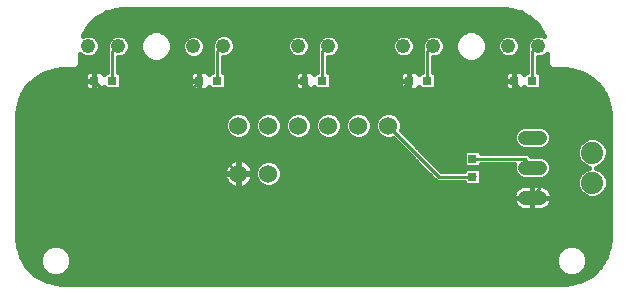
<source format=gtl>
G75*
%MOIN*%
%OFA0B0*%
%FSLAX25Y25*%
%IPPOS*%
%LPD*%
%AMOC8*
5,1,8,0,0,1.08239X$1,22.5*
%
%ADD10C,0.07400*%
%ADD11C,0.04800*%
%ADD12R,0.03000X0.03000*%
%ADD13C,0.04800*%
%ADD14C,0.06000*%
%ADD15C,0.01000*%
%ADD16C,0.01600*%
D10*
X0254000Y0071000D03*
X0254000Y0081000D03*
D11*
X0236000Y0116500D03*
X0226000Y0116500D03*
X0201000Y0116500D03*
X0191000Y0116500D03*
X0166000Y0116500D03*
X0156000Y0116500D03*
X0131000Y0116561D03*
X0121000Y0116439D03*
X0096000Y0116500D03*
X0086000Y0116500D03*
D12*
X0088000Y0105000D03*
X0094000Y0105000D03*
X0123000Y0105000D03*
X0129000Y0105000D03*
X0158000Y0105000D03*
X0164000Y0105000D03*
X0193000Y0105000D03*
X0199000Y0105000D03*
X0228000Y0105000D03*
X0234000Y0105000D03*
X0214000Y0079000D03*
X0214000Y0073000D03*
D13*
X0231600Y0076000D02*
X0236400Y0076000D01*
X0236400Y0066000D02*
X0231600Y0066000D01*
X0231600Y0086000D02*
X0236400Y0086000D01*
D14*
X0186000Y0090000D03*
X0176000Y0090000D03*
X0166000Y0090000D03*
X0156000Y0090000D03*
X0146000Y0090000D03*
X0136000Y0090000D03*
X0136000Y0074000D03*
X0146000Y0074000D03*
D15*
X0136000Y0074000D02*
X0120384Y0090367D01*
X0134875Y0105000D01*
X0157250Y0105000D01*
X0161000Y0101250D01*
X0190000Y0101250D01*
X0193000Y0105000D01*
X0199000Y0105000D02*
X0199000Y0114846D01*
X0201000Y0116500D01*
X0206250Y0105000D02*
X0202500Y0101250D01*
X0190000Y0101250D01*
X0206250Y0105000D02*
X0227250Y0105000D01*
X0240375Y0091875D01*
X0240375Y0074375D01*
X0235000Y0067500D01*
X0234000Y0066000D01*
X0215000Y0073125D02*
X0214000Y0073000D01*
X0202846Y0073000D01*
X0186000Y0090000D01*
X0214000Y0079000D02*
X0231654Y0079000D01*
X0234000Y0076000D01*
X0215000Y0078750D02*
X0214000Y0079000D01*
X0234000Y0105000D02*
X0234000Y0114846D01*
X0236000Y0116500D01*
X0166000Y0116500D02*
X0164000Y0114846D01*
X0164000Y0105000D01*
X0131000Y0116561D02*
X0129000Y0114908D01*
X0129000Y0105000D01*
X0123000Y0105000D02*
X0119375Y0101250D01*
X0110000Y0101250D01*
X0120384Y0090367D01*
X0110000Y0101250D02*
X0091500Y0101250D01*
X0088000Y0105000D01*
X0094000Y0105000D02*
X0094000Y0114846D01*
X0096000Y0116500D01*
D16*
X0075081Y0037426D02*
X0071375Y0038419D01*
X0068051Y0040338D01*
X0065338Y0043051D01*
X0063419Y0046375D01*
X0062426Y0050081D01*
X0062300Y0052000D01*
X0062300Y0094000D01*
X0062426Y0095919D01*
X0063419Y0099625D01*
X0065338Y0102949D01*
X0068051Y0105662D01*
X0071375Y0107581D01*
X0075081Y0108574D01*
X0077000Y0108700D01*
X0081953Y0108700D01*
X0083300Y0110047D01*
X0083300Y0113826D01*
X0083847Y0113279D01*
X0085244Y0112700D01*
X0086756Y0112700D01*
X0088153Y0113279D01*
X0089221Y0114347D01*
X0089800Y0115744D01*
X0089800Y0117256D01*
X0089221Y0118653D01*
X0088153Y0119721D01*
X0093847Y0119721D01*
X0092779Y0118653D01*
X0092200Y0117256D01*
X0092200Y0115824D01*
X0092183Y0115809D01*
X0092173Y0115706D01*
X0092100Y0115633D01*
X0092100Y0114936D01*
X0092034Y0114242D01*
X0092100Y0114163D01*
X0092100Y0107900D01*
X0091920Y0107900D01*
X0091185Y0107165D01*
X0091177Y0107195D01*
X0090940Y0107605D01*
X0090605Y0107940D01*
X0090195Y0108177D01*
X0089737Y0108300D01*
X0088000Y0108300D01*
X0088000Y0105000D01*
X0088000Y0105000D01*
X0088000Y0101700D01*
X0089737Y0101700D01*
X0090195Y0101823D01*
X0090605Y0102060D01*
X0090940Y0102395D01*
X0091177Y0102805D01*
X0091185Y0102835D01*
X0091920Y0102100D01*
X0096080Y0102100D01*
X0096900Y0102920D01*
X0096900Y0107080D01*
X0096080Y0107900D01*
X0095900Y0107900D01*
X0095900Y0112700D01*
X0096756Y0112700D01*
X0098153Y0113279D01*
X0099221Y0114347D01*
X0099800Y0115744D01*
X0099800Y0117256D01*
X0099221Y0118653D01*
X0098153Y0119721D01*
X0104293Y0119721D01*
X0104047Y0119475D02*
X0103247Y0117545D01*
X0103247Y0115455D01*
X0104047Y0113525D01*
X0105525Y0112047D01*
X0107455Y0111247D01*
X0109545Y0111247D01*
X0111475Y0112047D01*
X0112953Y0113525D01*
X0113753Y0115455D01*
X0113753Y0117545D01*
X0112953Y0119475D01*
X0111475Y0120953D01*
X0109545Y0121753D01*
X0107455Y0121753D01*
X0105525Y0120953D01*
X0104047Y0119475D01*
X0103487Y0118123D02*
X0099441Y0118123D01*
X0098153Y0119721D02*
X0096756Y0120300D01*
X0095244Y0120300D01*
X0093847Y0119721D01*
X0092559Y0118123D02*
X0089441Y0118123D01*
X0088153Y0119721D02*
X0086756Y0120300D01*
X0085244Y0120300D01*
X0084248Y0119887D01*
X0084343Y0120243D01*
X0086131Y0123340D01*
X0088660Y0125869D01*
X0091757Y0127657D01*
X0095212Y0128583D01*
X0097000Y0128700D01*
X0225000Y0128700D01*
X0226788Y0128583D01*
X0230243Y0127657D01*
X0233340Y0125869D01*
X0235869Y0123340D01*
X0237657Y0120243D01*
X0237752Y0119887D01*
X0236756Y0120300D01*
X0235244Y0120300D01*
X0233847Y0119721D01*
X0228153Y0119721D01*
X0226756Y0120300D01*
X0225244Y0120300D01*
X0223847Y0119721D01*
X0217707Y0119721D01*
X0217953Y0119475D02*
X0216475Y0120953D01*
X0214545Y0121753D01*
X0212455Y0121753D01*
X0210525Y0120953D01*
X0209047Y0119475D01*
X0208247Y0117545D01*
X0208247Y0115455D01*
X0209047Y0113525D01*
X0210525Y0112047D01*
X0212455Y0111247D01*
X0214545Y0111247D01*
X0216475Y0112047D01*
X0217953Y0113525D01*
X0218753Y0115455D01*
X0218753Y0117545D01*
X0217953Y0119475D01*
X0218513Y0118123D02*
X0222559Y0118123D01*
X0222779Y0118653D02*
X0222200Y0117256D01*
X0222200Y0115744D01*
X0222779Y0114347D01*
X0223847Y0113279D01*
X0225244Y0112700D01*
X0226756Y0112700D01*
X0228153Y0113279D01*
X0229221Y0114347D01*
X0229800Y0115744D01*
X0229800Y0117256D01*
X0229221Y0118653D01*
X0228153Y0119721D01*
X0229441Y0118123D02*
X0232559Y0118123D01*
X0232779Y0118653D02*
X0232200Y0117256D01*
X0232200Y0115824D01*
X0232183Y0115809D01*
X0232173Y0115706D01*
X0232100Y0115633D01*
X0232100Y0114936D01*
X0232034Y0114242D01*
X0232100Y0114163D01*
X0232100Y0107900D01*
X0231920Y0107900D01*
X0231185Y0107165D01*
X0231177Y0107195D01*
X0230940Y0107605D01*
X0230605Y0107940D01*
X0230195Y0108177D01*
X0229737Y0108300D01*
X0228000Y0108300D01*
X0228000Y0105000D01*
X0228000Y0105000D01*
X0228000Y0101700D01*
X0229737Y0101700D01*
X0230195Y0101823D01*
X0230605Y0102060D01*
X0230940Y0102395D01*
X0231177Y0102805D01*
X0231185Y0102835D01*
X0231920Y0102100D01*
X0236080Y0102100D01*
X0236900Y0102920D01*
X0236900Y0107080D01*
X0236080Y0107900D01*
X0235900Y0107900D01*
X0235900Y0112700D01*
X0236756Y0112700D01*
X0238153Y0113279D01*
X0238700Y0113826D01*
X0238700Y0110047D01*
X0240047Y0108700D01*
X0245000Y0108700D01*
X0246919Y0108574D01*
X0250625Y0107581D01*
X0253949Y0105662D01*
X0256662Y0102949D01*
X0258581Y0099625D01*
X0259574Y0095919D01*
X0259700Y0094000D01*
X0259700Y0052000D01*
X0259574Y0050081D01*
X0258581Y0046375D01*
X0256662Y0043051D01*
X0253949Y0040338D01*
X0250625Y0038419D01*
X0246919Y0037426D01*
X0245000Y0037300D01*
X0077000Y0037300D01*
X0075081Y0037426D01*
X0072203Y0038197D02*
X0249797Y0038197D01*
X0248161Y0039796D02*
X0253010Y0039796D01*
X0255005Y0041394D02*
X0250823Y0041394D01*
X0251453Y0042025D02*
X0249975Y0040547D01*
X0248045Y0039747D01*
X0245955Y0039747D01*
X0244025Y0040547D01*
X0242547Y0042025D01*
X0241747Y0043955D01*
X0241747Y0046045D01*
X0242547Y0047975D01*
X0244025Y0049453D01*
X0245955Y0050253D01*
X0248045Y0050253D01*
X0249975Y0049453D01*
X0251453Y0047975D01*
X0252253Y0046045D01*
X0252253Y0043955D01*
X0251453Y0042025D01*
X0251854Y0042993D02*
X0256604Y0042993D01*
X0257551Y0044591D02*
X0252253Y0044591D01*
X0252193Y0046190D02*
X0258474Y0046190D01*
X0258960Y0047788D02*
X0251531Y0047788D01*
X0250042Y0049387D02*
X0259388Y0049387D01*
X0259633Y0050985D02*
X0062367Y0050985D01*
X0062300Y0052584D02*
X0259700Y0052584D01*
X0259700Y0054182D02*
X0062300Y0054182D01*
X0062300Y0055781D02*
X0259700Y0055781D01*
X0259700Y0057379D02*
X0062300Y0057379D01*
X0062300Y0058978D02*
X0259700Y0058978D01*
X0259700Y0060576D02*
X0062300Y0060576D01*
X0062300Y0062175D02*
X0229856Y0062175D01*
X0229988Y0062108D02*
X0230616Y0061903D01*
X0231269Y0061800D01*
X0234000Y0061800D01*
X0236731Y0061800D01*
X0237384Y0061903D01*
X0238012Y0062108D01*
X0238601Y0062408D01*
X0239136Y0062796D01*
X0239604Y0063264D01*
X0239992Y0063799D01*
X0240292Y0064388D01*
X0240497Y0065016D01*
X0240600Y0065669D01*
X0240600Y0066000D01*
X0240600Y0066331D01*
X0240497Y0066984D01*
X0240292Y0067612D01*
X0239992Y0068201D01*
X0239604Y0068736D01*
X0239136Y0069204D01*
X0238601Y0069592D01*
X0238012Y0069892D01*
X0237384Y0070097D01*
X0236731Y0070200D01*
X0234000Y0070200D01*
X0234000Y0066000D01*
X0234000Y0066000D01*
X0240600Y0066000D01*
X0234000Y0066000D01*
X0234000Y0066000D01*
X0234000Y0070200D01*
X0231269Y0070200D01*
X0230616Y0070097D01*
X0229988Y0069892D01*
X0229399Y0069592D01*
X0228864Y0069204D01*
X0228396Y0068736D01*
X0228008Y0068201D01*
X0227708Y0067612D01*
X0227503Y0066984D01*
X0227400Y0066331D01*
X0227400Y0066000D01*
X0234000Y0066000D01*
X0234000Y0061800D01*
X0234000Y0066000D01*
X0234000Y0066000D01*
X0234000Y0066000D01*
X0227400Y0066000D01*
X0227400Y0065669D01*
X0227503Y0065016D01*
X0227708Y0064388D01*
X0228008Y0063799D01*
X0228396Y0063264D01*
X0228864Y0062796D01*
X0229399Y0062408D01*
X0229988Y0062108D01*
X0228026Y0063773D02*
X0062300Y0063773D01*
X0062300Y0065372D02*
X0227447Y0065372D01*
X0227501Y0066970D02*
X0062300Y0066970D01*
X0062300Y0068569D02*
X0228275Y0068569D01*
X0231063Y0070167D02*
X0216147Y0070167D01*
X0216080Y0070100D02*
X0216900Y0070920D01*
X0216900Y0072473D01*
X0216983Y0072580D01*
X0216900Y0073243D01*
X0216900Y0075080D01*
X0216080Y0075900D01*
X0211920Y0075900D01*
X0211100Y0075080D01*
X0211100Y0074900D01*
X0203639Y0074900D01*
X0190147Y0088514D01*
X0190400Y0089125D01*
X0190400Y0090875D01*
X0189730Y0092492D01*
X0188492Y0093730D01*
X0186875Y0094400D01*
X0185125Y0094400D01*
X0183508Y0093730D01*
X0182270Y0092492D01*
X0181600Y0090875D01*
X0181600Y0089125D01*
X0182270Y0087508D01*
X0183508Y0086270D01*
X0185125Y0085600D01*
X0186875Y0085600D01*
X0187450Y0085838D01*
X0200946Y0072218D01*
X0200946Y0072213D01*
X0201500Y0071659D01*
X0202051Y0071104D01*
X0202056Y0071104D01*
X0202059Y0071100D01*
X0202842Y0071100D01*
X0203625Y0071096D01*
X0203628Y0071100D01*
X0211100Y0071100D01*
X0211100Y0070920D01*
X0211920Y0070100D01*
X0216080Y0070100D01*
X0216900Y0071766D02*
X0248900Y0071766D01*
X0248900Y0072014D02*
X0248900Y0069986D01*
X0249676Y0068111D01*
X0251111Y0066676D01*
X0252986Y0065900D01*
X0255014Y0065900D01*
X0256889Y0066676D01*
X0258324Y0068111D01*
X0259100Y0069986D01*
X0259100Y0072014D01*
X0258324Y0073889D01*
X0256889Y0075324D01*
X0255256Y0076000D01*
X0256889Y0076676D01*
X0258324Y0078111D01*
X0259100Y0079986D01*
X0259100Y0082014D01*
X0258324Y0083889D01*
X0256889Y0085324D01*
X0255014Y0086100D01*
X0252986Y0086100D01*
X0251111Y0085324D01*
X0249676Y0083889D01*
X0248900Y0082014D01*
X0248900Y0079986D01*
X0249676Y0078111D01*
X0251111Y0076676D01*
X0252744Y0076000D01*
X0251111Y0075324D01*
X0249676Y0073889D01*
X0248900Y0072014D01*
X0249459Y0073364D02*
X0239138Y0073364D01*
X0239621Y0073847D02*
X0240200Y0075244D01*
X0240200Y0076756D01*
X0239621Y0078153D01*
X0238553Y0079221D01*
X0237156Y0079800D01*
X0233541Y0079800D01*
X0233079Y0080262D01*
X0232665Y0080790D01*
X0232534Y0080806D01*
X0232441Y0080900D01*
X0231769Y0080900D01*
X0231103Y0080981D01*
X0230999Y0080900D01*
X0216900Y0080900D01*
X0216900Y0081080D01*
X0216080Y0081900D01*
X0211920Y0081900D01*
X0211100Y0081080D01*
X0211100Y0076920D01*
X0211920Y0076100D01*
X0216080Y0076100D01*
X0216900Y0076920D01*
X0216900Y0077100D01*
X0227943Y0077100D01*
X0227800Y0076756D01*
X0227800Y0075244D01*
X0228379Y0073847D01*
X0229447Y0072779D01*
X0230844Y0072200D01*
X0237156Y0072200D01*
X0238553Y0072779D01*
X0239621Y0073847D01*
X0240083Y0074963D02*
X0250750Y0074963D01*
X0251389Y0076561D02*
X0240200Y0076561D01*
X0239614Y0078160D02*
X0249656Y0078160D01*
X0248994Y0079758D02*
X0237256Y0079758D01*
X0237156Y0082200D02*
X0230844Y0082200D01*
X0229447Y0082779D01*
X0228379Y0083847D01*
X0227800Y0085244D01*
X0227800Y0086756D01*
X0228379Y0088153D01*
X0229447Y0089221D01*
X0230844Y0089800D01*
X0237156Y0089800D01*
X0238553Y0089221D01*
X0239621Y0088153D01*
X0240200Y0086756D01*
X0240200Y0085244D01*
X0239621Y0083847D01*
X0238553Y0082779D01*
X0237156Y0082200D01*
X0238729Y0082955D02*
X0249290Y0082955D01*
X0248900Y0081357D02*
X0216623Y0081357D01*
X0211377Y0081357D02*
X0197240Y0081357D01*
X0195656Y0082955D02*
X0229271Y0082955D01*
X0228086Y0084554D02*
X0194072Y0084554D01*
X0192488Y0086152D02*
X0227800Y0086152D01*
X0228212Y0087751D02*
X0190904Y0087751D01*
X0190400Y0089349D02*
X0229756Y0089349D01*
X0238244Y0089349D02*
X0259700Y0089349D01*
X0259700Y0087751D02*
X0239788Y0087751D01*
X0240200Y0086152D02*
X0259700Y0086152D01*
X0259700Y0084554D02*
X0257659Y0084554D01*
X0258710Y0082955D02*
X0259700Y0082955D01*
X0259700Y0081357D02*
X0259100Y0081357D01*
X0259006Y0079758D02*
X0259700Y0079758D01*
X0259700Y0078160D02*
X0258344Y0078160D01*
X0259700Y0076561D02*
X0256611Y0076561D01*
X0257250Y0074963D02*
X0259700Y0074963D01*
X0259700Y0073364D02*
X0258541Y0073364D01*
X0259100Y0071766D02*
X0259700Y0071766D01*
X0259700Y0070167D02*
X0259100Y0070167D01*
X0258513Y0068569D02*
X0259700Y0068569D01*
X0259700Y0066970D02*
X0257183Y0066970D01*
X0259700Y0065372D02*
X0240553Y0065372D01*
X0240499Y0066970D02*
X0250817Y0066970D01*
X0249487Y0068569D02*
X0239725Y0068569D01*
X0236937Y0070167D02*
X0248900Y0070167D01*
X0239974Y0063773D02*
X0259700Y0063773D01*
X0259700Y0062175D02*
X0238144Y0062175D01*
X0234000Y0062175D02*
X0234000Y0062175D01*
X0234000Y0063773D02*
X0234000Y0063773D01*
X0234000Y0065372D02*
X0234000Y0065372D01*
X0234000Y0066970D02*
X0234000Y0066970D01*
X0234000Y0068569D02*
X0234000Y0068569D01*
X0234000Y0070167D02*
X0234000Y0070167D01*
X0228862Y0073364D02*
X0216900Y0073364D01*
X0216900Y0074963D02*
X0227917Y0074963D01*
X0227800Y0076561D02*
X0216541Y0076561D01*
X0211459Y0076561D02*
X0201992Y0076561D01*
X0203576Y0074963D02*
X0211100Y0074963D01*
X0211100Y0078160D02*
X0200408Y0078160D01*
X0198824Y0079758D02*
X0211100Y0079758D01*
X0198226Y0074963D02*
X0150364Y0074963D01*
X0150400Y0074875D02*
X0149730Y0076492D01*
X0148492Y0077730D01*
X0146875Y0078400D01*
X0145125Y0078400D01*
X0143508Y0077730D01*
X0142270Y0076492D01*
X0141600Y0074875D01*
X0141600Y0073125D01*
X0142270Y0071508D01*
X0143508Y0070270D01*
X0145125Y0069600D01*
X0146875Y0069600D01*
X0148492Y0070270D01*
X0149730Y0071508D01*
X0150400Y0073125D01*
X0150400Y0074875D01*
X0150400Y0073364D02*
X0199811Y0073364D01*
X0201394Y0071766D02*
X0149837Y0071766D01*
X0148245Y0070167D02*
X0211853Y0070167D01*
X0196642Y0076561D02*
X0149661Y0076561D01*
X0147455Y0078160D02*
X0195058Y0078160D01*
X0193474Y0079758D02*
X0062300Y0079758D01*
X0062300Y0078160D02*
X0133591Y0078160D01*
X0133484Y0078105D02*
X0132873Y0077661D01*
X0132339Y0077127D01*
X0131895Y0076516D01*
X0131552Y0075843D01*
X0131318Y0075124D01*
X0131200Y0074378D01*
X0131200Y0074200D01*
X0135800Y0074200D01*
X0135800Y0078800D01*
X0135622Y0078800D01*
X0134876Y0078682D01*
X0134157Y0078448D01*
X0133484Y0078105D01*
X0131928Y0076561D02*
X0062300Y0076561D01*
X0062300Y0074963D02*
X0131293Y0074963D01*
X0131200Y0073800D02*
X0131200Y0073622D01*
X0131318Y0072876D01*
X0131552Y0072157D01*
X0131895Y0071484D01*
X0132339Y0070873D01*
X0132873Y0070339D01*
X0133484Y0069895D01*
X0134157Y0069552D01*
X0134876Y0069318D01*
X0135622Y0069200D01*
X0135800Y0069200D01*
X0135800Y0073800D01*
X0131200Y0073800D01*
X0131241Y0073364D02*
X0062300Y0073364D01*
X0062300Y0071766D02*
X0131751Y0071766D01*
X0133109Y0070167D02*
X0062300Y0070167D01*
X0062300Y0081357D02*
X0191890Y0081357D01*
X0190306Y0082955D02*
X0062300Y0082955D01*
X0062300Y0084554D02*
X0188722Y0084554D01*
X0183791Y0086152D02*
X0178209Y0086152D01*
X0178492Y0086270D02*
X0179730Y0087508D01*
X0180400Y0089125D01*
X0180400Y0090875D01*
X0179730Y0092492D01*
X0178492Y0093730D01*
X0176875Y0094400D01*
X0175125Y0094400D01*
X0173508Y0093730D01*
X0172270Y0092492D01*
X0171600Y0090875D01*
X0171600Y0089125D01*
X0172270Y0087508D01*
X0173508Y0086270D01*
X0175125Y0085600D01*
X0176875Y0085600D01*
X0178492Y0086270D01*
X0179831Y0087751D02*
X0182169Y0087751D01*
X0181600Y0089349D02*
X0180400Y0089349D01*
X0180370Y0090948D02*
X0181630Y0090948D01*
X0182324Y0092546D02*
X0179676Y0092546D01*
X0177491Y0094145D02*
X0184509Y0094145D01*
X0187491Y0094145D02*
X0259691Y0094145D01*
X0259700Y0092546D02*
X0189676Y0092546D01*
X0190370Y0090948D02*
X0259700Y0090948D01*
X0259586Y0095743D02*
X0062414Y0095743D01*
X0062309Y0094145D02*
X0134509Y0094145D01*
X0135125Y0094400D02*
X0133508Y0093730D01*
X0132270Y0092492D01*
X0131600Y0090875D01*
X0131600Y0089125D01*
X0132270Y0087508D01*
X0133508Y0086270D01*
X0135125Y0085600D01*
X0136875Y0085600D01*
X0138492Y0086270D01*
X0139730Y0087508D01*
X0140400Y0089125D01*
X0140400Y0090875D01*
X0139730Y0092492D01*
X0138492Y0093730D01*
X0136875Y0094400D01*
X0135125Y0094400D01*
X0137491Y0094145D02*
X0144509Y0094145D01*
X0145125Y0094400D02*
X0143508Y0093730D01*
X0142270Y0092492D01*
X0141600Y0090875D01*
X0141600Y0089125D01*
X0142270Y0087508D01*
X0143508Y0086270D01*
X0145125Y0085600D01*
X0146875Y0085600D01*
X0148492Y0086270D01*
X0149730Y0087508D01*
X0150400Y0089125D01*
X0150400Y0090875D01*
X0149730Y0092492D01*
X0148492Y0093730D01*
X0146875Y0094400D01*
X0145125Y0094400D01*
X0147491Y0094145D02*
X0154509Y0094145D01*
X0155125Y0094400D02*
X0153508Y0093730D01*
X0152270Y0092492D01*
X0151600Y0090875D01*
X0151600Y0089125D01*
X0152270Y0087508D01*
X0153508Y0086270D01*
X0155125Y0085600D01*
X0156875Y0085600D01*
X0158492Y0086270D01*
X0159730Y0087508D01*
X0160400Y0089125D01*
X0160400Y0090875D01*
X0159730Y0092492D01*
X0158492Y0093730D01*
X0156875Y0094400D01*
X0155125Y0094400D01*
X0157491Y0094145D02*
X0164509Y0094145D01*
X0165125Y0094400D02*
X0163508Y0093730D01*
X0162270Y0092492D01*
X0161600Y0090875D01*
X0161600Y0089125D01*
X0162270Y0087508D01*
X0163508Y0086270D01*
X0165125Y0085600D01*
X0166875Y0085600D01*
X0168492Y0086270D01*
X0169730Y0087508D01*
X0170400Y0089125D01*
X0170400Y0090875D01*
X0169730Y0092492D01*
X0168492Y0093730D01*
X0166875Y0094400D01*
X0165125Y0094400D01*
X0167491Y0094145D02*
X0174509Y0094145D01*
X0172324Y0092546D02*
X0169676Y0092546D01*
X0170370Y0090948D02*
X0171630Y0090948D01*
X0171600Y0089349D02*
X0170400Y0089349D01*
X0169831Y0087751D02*
X0172169Y0087751D01*
X0173791Y0086152D02*
X0168209Y0086152D01*
X0163791Y0086152D02*
X0158209Y0086152D01*
X0159831Y0087751D02*
X0162169Y0087751D01*
X0161600Y0089349D02*
X0160400Y0089349D01*
X0160370Y0090948D02*
X0161630Y0090948D01*
X0162324Y0092546D02*
X0159676Y0092546D01*
X0152324Y0092546D02*
X0149676Y0092546D01*
X0150370Y0090948D02*
X0151630Y0090948D01*
X0151600Y0089349D02*
X0150400Y0089349D01*
X0149831Y0087751D02*
X0152169Y0087751D01*
X0153791Y0086152D02*
X0148209Y0086152D01*
X0143791Y0086152D02*
X0138209Y0086152D01*
X0139831Y0087751D02*
X0142169Y0087751D01*
X0141600Y0089349D02*
X0140400Y0089349D01*
X0140370Y0090948D02*
X0141630Y0090948D01*
X0142324Y0092546D02*
X0139676Y0092546D01*
X0132324Y0092546D02*
X0062300Y0092546D01*
X0062300Y0090948D02*
X0131630Y0090948D01*
X0131600Y0089349D02*
X0062300Y0089349D01*
X0062300Y0087751D02*
X0132169Y0087751D01*
X0133791Y0086152D02*
X0062300Y0086152D01*
X0062807Y0097342D02*
X0259193Y0097342D01*
X0258765Y0098940D02*
X0063235Y0098940D01*
X0063946Y0100539D02*
X0258054Y0100539D01*
X0257131Y0102137D02*
X0236117Y0102137D01*
X0236900Y0103736D02*
X0255875Y0103736D01*
X0254277Y0105334D02*
X0236900Y0105334D01*
X0236900Y0106933D02*
X0251748Y0106933D01*
X0247078Y0108532D02*
X0235900Y0108532D01*
X0235900Y0110130D02*
X0238700Y0110130D01*
X0238700Y0111729D02*
X0235900Y0111729D01*
X0238201Y0113327D02*
X0238700Y0113327D01*
X0232100Y0113327D02*
X0228201Y0113327D01*
X0229461Y0114926D02*
X0232099Y0114926D01*
X0232200Y0116524D02*
X0229800Y0116524D01*
X0232779Y0118653D02*
X0233847Y0119721D01*
X0237035Y0121320D02*
X0215591Y0121320D01*
X0211409Y0121320D02*
X0110591Y0121320D01*
X0112707Y0119721D02*
X0118994Y0119721D01*
X0118848Y0119660D02*
X0117779Y0118591D01*
X0117200Y0117195D01*
X0117200Y0115683D01*
X0117779Y0114286D01*
X0118848Y0113217D01*
X0120244Y0112639D01*
X0121756Y0112639D01*
X0123153Y0113217D01*
X0124222Y0114286D01*
X0124800Y0115683D01*
X0124800Y0117195D01*
X0124222Y0118591D01*
X0123153Y0119660D01*
X0121756Y0120239D01*
X0120244Y0120239D01*
X0118848Y0119660D01*
X0117585Y0118123D02*
X0113513Y0118123D01*
X0113753Y0116524D02*
X0117200Y0116524D01*
X0117514Y0114926D02*
X0113533Y0114926D01*
X0112756Y0113327D02*
X0118738Y0113327D01*
X0123263Y0113327D02*
X0127100Y0113327D01*
X0127100Y0114224D02*
X0127100Y0107900D01*
X0126920Y0107900D01*
X0126185Y0107165D01*
X0126177Y0107195D01*
X0125940Y0107605D01*
X0125605Y0107940D01*
X0125195Y0108177D01*
X0124737Y0108300D01*
X0123000Y0108300D01*
X0123000Y0105000D01*
X0123000Y0105000D01*
X0123000Y0101700D01*
X0124737Y0101700D01*
X0125195Y0101823D01*
X0125605Y0102060D01*
X0125940Y0102395D01*
X0126177Y0102805D01*
X0126185Y0102835D01*
X0126920Y0102100D01*
X0131080Y0102100D01*
X0131900Y0102920D01*
X0131900Y0107080D01*
X0131080Y0107900D01*
X0130900Y0107900D01*
X0130900Y0112761D01*
X0131755Y0112761D01*
X0133152Y0113340D01*
X0134221Y0114409D01*
X0134800Y0115805D01*
X0134800Y0117317D01*
X0134221Y0118714D01*
X0133152Y0119783D01*
X0131755Y0120361D01*
X0130244Y0120361D01*
X0128847Y0119783D01*
X0127778Y0118714D01*
X0127200Y0117317D01*
X0127200Y0115885D01*
X0127183Y0115871D01*
X0127173Y0115768D01*
X0127100Y0115695D01*
X0127100Y0114998D01*
X0127034Y0114304D01*
X0127100Y0114224D01*
X0127093Y0114926D02*
X0124487Y0114926D01*
X0124800Y0116524D02*
X0127200Y0116524D01*
X0127533Y0118123D02*
X0124416Y0118123D01*
X0123006Y0119721D02*
X0128786Y0119721D01*
X0133214Y0119721D02*
X0153847Y0119721D01*
X0152779Y0118653D01*
X0152200Y0117256D01*
X0152200Y0115744D01*
X0152779Y0114347D01*
X0153847Y0113279D01*
X0155244Y0112700D01*
X0156756Y0112700D01*
X0158153Y0113279D01*
X0159221Y0114347D01*
X0159800Y0115744D01*
X0159800Y0117256D01*
X0159221Y0118653D01*
X0158153Y0119721D01*
X0163847Y0119721D01*
X0162779Y0118653D01*
X0162200Y0117256D01*
X0162200Y0115824D01*
X0162183Y0115809D01*
X0162173Y0115706D01*
X0162100Y0115633D01*
X0162100Y0114936D01*
X0162034Y0114242D01*
X0162100Y0114163D01*
X0162100Y0107900D01*
X0161920Y0107900D01*
X0161185Y0107165D01*
X0161177Y0107195D01*
X0160940Y0107605D01*
X0160605Y0107940D01*
X0160195Y0108177D01*
X0159737Y0108300D01*
X0158000Y0108300D01*
X0158000Y0105000D01*
X0158000Y0105000D01*
X0158000Y0101700D01*
X0159737Y0101700D01*
X0160195Y0101823D01*
X0160605Y0102060D01*
X0160940Y0102395D01*
X0161177Y0102805D01*
X0161185Y0102835D01*
X0161920Y0102100D01*
X0166080Y0102100D01*
X0166900Y0102920D01*
X0166900Y0107080D01*
X0166080Y0107900D01*
X0165900Y0107900D01*
X0165900Y0112700D01*
X0166756Y0112700D01*
X0168153Y0113279D01*
X0169221Y0114347D01*
X0169800Y0115744D01*
X0169800Y0117256D01*
X0169221Y0118653D01*
X0168153Y0119721D01*
X0188847Y0119721D01*
X0187779Y0118653D01*
X0187200Y0117256D01*
X0187200Y0115744D01*
X0187779Y0114347D01*
X0188847Y0113279D01*
X0190244Y0112700D01*
X0191756Y0112700D01*
X0193153Y0113279D01*
X0194221Y0114347D01*
X0194800Y0115744D01*
X0194800Y0117256D01*
X0194221Y0118653D01*
X0193153Y0119721D01*
X0198847Y0119721D01*
X0197779Y0118653D01*
X0197200Y0117256D01*
X0197200Y0115824D01*
X0197183Y0115809D01*
X0197173Y0115706D01*
X0197100Y0115633D01*
X0197100Y0114936D01*
X0197034Y0114242D01*
X0197100Y0114163D01*
X0197100Y0107900D01*
X0196920Y0107900D01*
X0196185Y0107165D01*
X0196177Y0107195D01*
X0195940Y0107605D01*
X0195605Y0107940D01*
X0195195Y0108177D01*
X0194737Y0108300D01*
X0193000Y0108300D01*
X0193000Y0105000D01*
X0193000Y0105000D01*
X0193000Y0101700D01*
X0194737Y0101700D01*
X0195195Y0101823D01*
X0195605Y0102060D01*
X0195940Y0102395D01*
X0196177Y0102805D01*
X0196185Y0102835D01*
X0196920Y0102100D01*
X0201080Y0102100D01*
X0201900Y0102920D01*
X0201900Y0107080D01*
X0201080Y0107900D01*
X0200900Y0107900D01*
X0200900Y0112700D01*
X0201756Y0112700D01*
X0203153Y0113279D01*
X0204221Y0114347D01*
X0204800Y0115744D01*
X0204800Y0117256D01*
X0204221Y0118653D01*
X0203153Y0119721D01*
X0209293Y0119721D01*
X0208487Y0118123D02*
X0204441Y0118123D01*
X0203153Y0119721D02*
X0201756Y0120300D01*
X0200244Y0120300D01*
X0198847Y0119721D01*
X0197559Y0118123D02*
X0194441Y0118123D01*
X0193153Y0119721D02*
X0191756Y0120300D01*
X0190244Y0120300D01*
X0188847Y0119721D01*
X0187559Y0118123D02*
X0169441Y0118123D01*
X0168153Y0119721D02*
X0166756Y0120300D01*
X0165244Y0120300D01*
X0163847Y0119721D01*
X0162559Y0118123D02*
X0159441Y0118123D01*
X0158153Y0119721D02*
X0156756Y0120300D01*
X0155244Y0120300D01*
X0153847Y0119721D01*
X0152559Y0118123D02*
X0134466Y0118123D01*
X0134800Y0116524D02*
X0152200Y0116524D01*
X0152539Y0114926D02*
X0134435Y0114926D01*
X0133122Y0113327D02*
X0153799Y0113327D01*
X0158201Y0113327D02*
X0162100Y0113327D01*
X0162100Y0111729D02*
X0130900Y0111729D01*
X0130900Y0110130D02*
X0162100Y0110130D01*
X0162100Y0108532D02*
X0130900Y0108532D01*
X0131900Y0106933D02*
X0154753Y0106933D01*
X0154700Y0106737D02*
X0154823Y0107195D01*
X0155060Y0107605D01*
X0155395Y0107940D01*
X0155805Y0108177D01*
X0156263Y0108300D01*
X0158000Y0108300D01*
X0158000Y0105000D01*
X0158000Y0105000D01*
X0158000Y0105000D01*
X0154700Y0105000D01*
X0154700Y0106737D01*
X0154700Y0105334D02*
X0131900Y0105334D01*
X0131900Y0103736D02*
X0154700Y0103736D01*
X0154700Y0103263D02*
X0154823Y0102805D01*
X0155060Y0102395D01*
X0155395Y0102060D01*
X0155805Y0101823D01*
X0156263Y0101700D01*
X0158000Y0101700D01*
X0158000Y0105000D01*
X0154700Y0105000D01*
X0154700Y0103263D01*
X0155317Y0102137D02*
X0131117Y0102137D01*
X0126883Y0102137D02*
X0125683Y0102137D01*
X0123000Y0102137D02*
X0123000Y0102137D01*
X0123000Y0101700D02*
X0123000Y0105000D01*
X0123000Y0105000D01*
X0123000Y0105000D01*
X0119700Y0105000D01*
X0119700Y0106737D01*
X0119823Y0107195D01*
X0120060Y0107605D01*
X0120395Y0107940D01*
X0120805Y0108177D01*
X0121263Y0108300D01*
X0123000Y0108300D01*
X0123000Y0105000D01*
X0119700Y0105000D01*
X0119700Y0103263D01*
X0119823Y0102805D01*
X0120060Y0102395D01*
X0120395Y0102060D01*
X0120805Y0101823D01*
X0121263Y0101700D01*
X0123000Y0101700D01*
X0123000Y0103736D02*
X0123000Y0103736D01*
X0123000Y0105334D02*
X0123000Y0105334D01*
X0119700Y0105334D02*
X0096900Y0105334D01*
X0096900Y0103736D02*
X0119700Y0103736D01*
X0120317Y0102137D02*
X0096117Y0102137D01*
X0091883Y0102137D02*
X0090683Y0102137D01*
X0088000Y0102137D02*
X0088000Y0102137D01*
X0088000Y0101700D02*
X0088000Y0105000D01*
X0088000Y0105000D01*
X0088000Y0105000D01*
X0084700Y0105000D01*
X0084700Y0106737D01*
X0084823Y0107195D01*
X0085060Y0107605D01*
X0085395Y0107940D01*
X0085805Y0108177D01*
X0086263Y0108300D01*
X0088000Y0108300D01*
X0088000Y0105000D01*
X0084700Y0105000D01*
X0084700Y0103263D01*
X0084823Y0102805D01*
X0085060Y0102395D01*
X0085395Y0102060D01*
X0085805Y0101823D01*
X0086263Y0101700D01*
X0088000Y0101700D01*
X0088000Y0103736D02*
X0088000Y0103736D01*
X0088000Y0105334D02*
X0088000Y0105334D01*
X0084700Y0105334D02*
X0067723Y0105334D01*
X0066125Y0103736D02*
X0084700Y0103736D01*
X0085317Y0102137D02*
X0064869Y0102137D01*
X0070252Y0106933D02*
X0084753Y0106933D01*
X0088000Y0106933D02*
X0088000Y0106933D01*
X0092100Y0108532D02*
X0074922Y0108532D01*
X0083300Y0110130D02*
X0092100Y0110130D01*
X0092100Y0111729D02*
X0083300Y0111729D01*
X0083300Y0113327D02*
X0083799Y0113327D01*
X0088201Y0113327D02*
X0092100Y0113327D01*
X0092099Y0114926D02*
X0089461Y0114926D01*
X0089800Y0116524D02*
X0092200Y0116524D01*
X0098201Y0113327D02*
X0104244Y0113327D01*
X0103467Y0114926D02*
X0099461Y0114926D01*
X0099800Y0116524D02*
X0103247Y0116524D01*
X0106293Y0111729D02*
X0095900Y0111729D01*
X0095900Y0110130D02*
X0127100Y0110130D01*
X0127100Y0108532D02*
X0095900Y0108532D01*
X0096900Y0106933D02*
X0119753Y0106933D01*
X0123000Y0106933D02*
X0123000Y0106933D01*
X0127100Y0111729D02*
X0110707Y0111729D01*
X0106409Y0121320D02*
X0084965Y0121320D01*
X0085887Y0122918D02*
X0236113Y0122918D01*
X0234692Y0124517D02*
X0087308Y0124517D01*
X0089086Y0126115D02*
X0232914Y0126115D01*
X0230032Y0127714D02*
X0091968Y0127714D01*
X0158000Y0106933D02*
X0158000Y0106933D01*
X0158000Y0105334D02*
X0158000Y0105334D01*
X0158000Y0103736D02*
X0158000Y0103736D01*
X0158000Y0102137D02*
X0158000Y0102137D01*
X0160683Y0102137D02*
X0161883Y0102137D01*
X0166117Y0102137D02*
X0190317Y0102137D01*
X0190395Y0102060D02*
X0190805Y0101823D01*
X0191263Y0101700D01*
X0193000Y0101700D01*
X0193000Y0105000D01*
X0193000Y0105000D01*
X0193000Y0105000D01*
X0189700Y0105000D01*
X0189700Y0106737D01*
X0189823Y0107195D01*
X0190060Y0107605D01*
X0190395Y0107940D01*
X0190805Y0108177D01*
X0191263Y0108300D01*
X0193000Y0108300D01*
X0193000Y0105000D01*
X0189700Y0105000D01*
X0189700Y0103263D01*
X0189823Y0102805D01*
X0190060Y0102395D01*
X0190395Y0102060D01*
X0189700Y0103736D02*
X0166900Y0103736D01*
X0166900Y0105334D02*
X0189700Y0105334D01*
X0193000Y0105334D02*
X0193000Y0105334D01*
X0193000Y0103736D02*
X0193000Y0103736D01*
X0193000Y0102137D02*
X0193000Y0102137D01*
X0195683Y0102137D02*
X0196883Y0102137D01*
X0201117Y0102137D02*
X0225317Y0102137D01*
X0225395Y0102060D02*
X0225805Y0101823D01*
X0226263Y0101700D01*
X0228000Y0101700D01*
X0228000Y0105000D01*
X0228000Y0105000D01*
X0228000Y0105000D01*
X0224700Y0105000D01*
X0224700Y0106737D01*
X0224823Y0107195D01*
X0225060Y0107605D01*
X0225395Y0107940D01*
X0225805Y0108177D01*
X0226263Y0108300D01*
X0228000Y0108300D01*
X0228000Y0105000D01*
X0224700Y0105000D01*
X0224700Y0103263D01*
X0224823Y0102805D01*
X0225060Y0102395D01*
X0225395Y0102060D01*
X0224700Y0103736D02*
X0201900Y0103736D01*
X0201900Y0105334D02*
X0224700Y0105334D01*
X0228000Y0105334D02*
X0228000Y0105334D01*
X0228000Y0103736D02*
X0228000Y0103736D01*
X0228000Y0102137D02*
X0228000Y0102137D01*
X0230683Y0102137D02*
X0231883Y0102137D01*
X0228000Y0106933D02*
X0228000Y0106933D01*
X0224753Y0106933D02*
X0201900Y0106933D01*
X0200900Y0108532D02*
X0232100Y0108532D01*
X0232100Y0110130D02*
X0200900Y0110130D01*
X0200900Y0111729D02*
X0211293Y0111729D01*
X0209244Y0113327D02*
X0203201Y0113327D01*
X0204461Y0114926D02*
X0208467Y0114926D01*
X0208247Y0116524D02*
X0204800Y0116524D01*
X0197200Y0116524D02*
X0194800Y0116524D01*
X0194461Y0114926D02*
X0197099Y0114926D01*
X0197100Y0113327D02*
X0193201Y0113327D01*
X0188799Y0113327D02*
X0168201Y0113327D01*
X0169461Y0114926D02*
X0187539Y0114926D01*
X0187200Y0116524D02*
X0169800Y0116524D01*
X0162200Y0116524D02*
X0159800Y0116524D01*
X0159461Y0114926D02*
X0162099Y0114926D01*
X0165900Y0111729D02*
X0197100Y0111729D01*
X0197100Y0110130D02*
X0165900Y0110130D01*
X0165900Y0108532D02*
X0197100Y0108532D01*
X0193000Y0106933D02*
X0193000Y0106933D01*
X0189753Y0106933D02*
X0166900Y0106933D01*
X0215707Y0111729D02*
X0232100Y0111729D01*
X0223799Y0113327D02*
X0217756Y0113327D01*
X0218533Y0114926D02*
X0222539Y0114926D01*
X0222200Y0116524D02*
X0218753Y0116524D01*
X0222779Y0118653D02*
X0223847Y0119721D01*
X0239914Y0084554D02*
X0250341Y0084554D01*
X0243958Y0049387D02*
X0078042Y0049387D01*
X0077975Y0049453D02*
X0076045Y0050253D01*
X0073955Y0050253D01*
X0072025Y0049453D01*
X0070547Y0047975D01*
X0069747Y0046045D01*
X0069747Y0043955D01*
X0070547Y0042025D01*
X0072025Y0040547D01*
X0073955Y0039747D01*
X0076045Y0039747D01*
X0077975Y0040547D01*
X0079453Y0042025D01*
X0080253Y0043955D01*
X0080253Y0046045D01*
X0079453Y0047975D01*
X0077975Y0049453D01*
X0079531Y0047788D02*
X0242469Y0047788D01*
X0241807Y0046190D02*
X0080193Y0046190D01*
X0080253Y0044591D02*
X0241747Y0044591D01*
X0242146Y0042993D02*
X0079854Y0042993D01*
X0078823Y0041394D02*
X0243177Y0041394D01*
X0245839Y0039796D02*
X0076161Y0039796D01*
X0073839Y0039796D02*
X0068990Y0039796D01*
X0066995Y0041394D02*
X0071177Y0041394D01*
X0070146Y0042993D02*
X0065396Y0042993D01*
X0064449Y0044591D02*
X0069747Y0044591D01*
X0069807Y0046190D02*
X0063526Y0046190D01*
X0063040Y0047788D02*
X0070469Y0047788D01*
X0071958Y0049387D02*
X0062612Y0049387D01*
X0135800Y0070167D02*
X0136200Y0070167D01*
X0136200Y0069200D02*
X0136378Y0069200D01*
X0137124Y0069318D01*
X0137843Y0069552D01*
X0138516Y0069895D01*
X0139127Y0070339D01*
X0139661Y0070873D01*
X0140105Y0071484D01*
X0140448Y0072157D01*
X0140682Y0072876D01*
X0140800Y0073622D01*
X0140800Y0073800D01*
X0136200Y0073800D01*
X0136200Y0074200D01*
X0135800Y0074200D01*
X0135800Y0073800D01*
X0136200Y0073800D01*
X0136200Y0069200D01*
X0138891Y0070167D02*
X0143755Y0070167D01*
X0142163Y0071766D02*
X0140249Y0071766D01*
X0140759Y0073364D02*
X0141600Y0073364D01*
X0140800Y0074200D02*
X0136200Y0074200D01*
X0136200Y0078800D01*
X0136378Y0078800D01*
X0137124Y0078682D01*
X0137843Y0078448D01*
X0138516Y0078105D01*
X0139127Y0077661D01*
X0139661Y0077127D01*
X0140105Y0076516D01*
X0140448Y0075843D01*
X0140682Y0075124D01*
X0140800Y0074378D01*
X0140800Y0074200D01*
X0140707Y0074963D02*
X0141636Y0074963D01*
X0142339Y0076561D02*
X0140072Y0076561D01*
X0138409Y0078160D02*
X0144545Y0078160D01*
X0136200Y0078160D02*
X0135800Y0078160D01*
X0135800Y0076561D02*
X0136200Y0076561D01*
X0136200Y0074963D02*
X0135800Y0074963D01*
X0135800Y0073364D02*
X0136200Y0073364D01*
X0136200Y0071766D02*
X0135800Y0071766D01*
M02*

</source>
